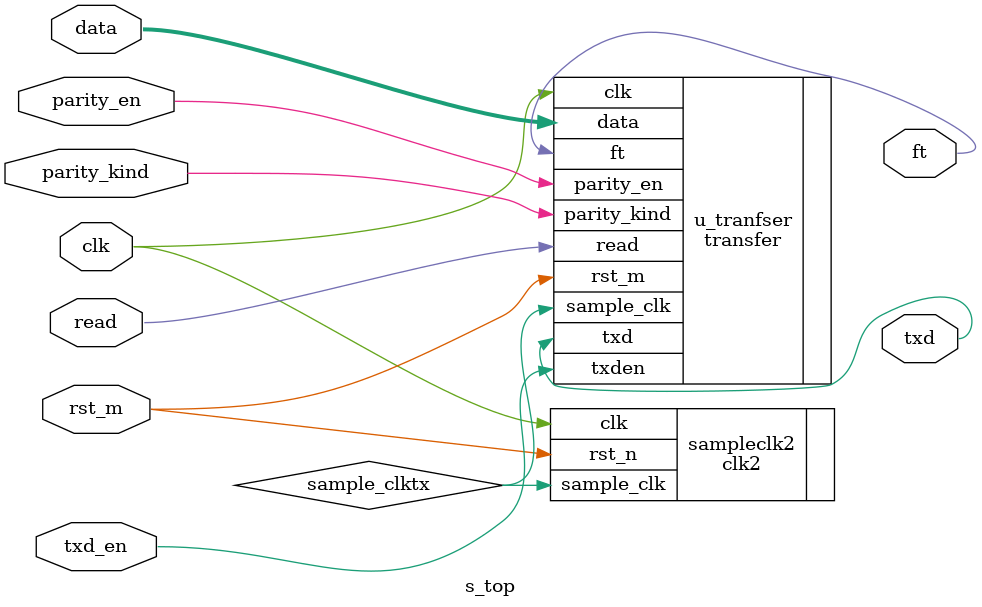
<source format=v>
`timescale 1ns / 1ps

module s_top(clk,rst_m,parity_en,parity_kind,read,data,txd_en,txd,ft);
input clk,rst_m,parity_en,parity_kind,read;
input [64:1]data;
input txd_en;
output txd,ft;
wire sample_clktx;

clk2    sampleclk2(
.clk(clk),
.rst_n(rst_m),
.sample_clk(sample_clktx)
);//²úÉú¹¤×÷Ê±ÖÓ£¬ÊÇ²¨ÌØÂÊµÄ°Ë±¶

transfer      u_tranfser(
.sample_clk(sample_clktx),
.rst_m(rst_m),
.clk(clk),
.parity_en(parity_en),
.parity_kind(parity_kind),
.read(read),
.data(data),
.txden(txd_en),
.txd(txd),
.ft(ft)
);//·¢ËÍÄ£¿é

endmodule

</source>
